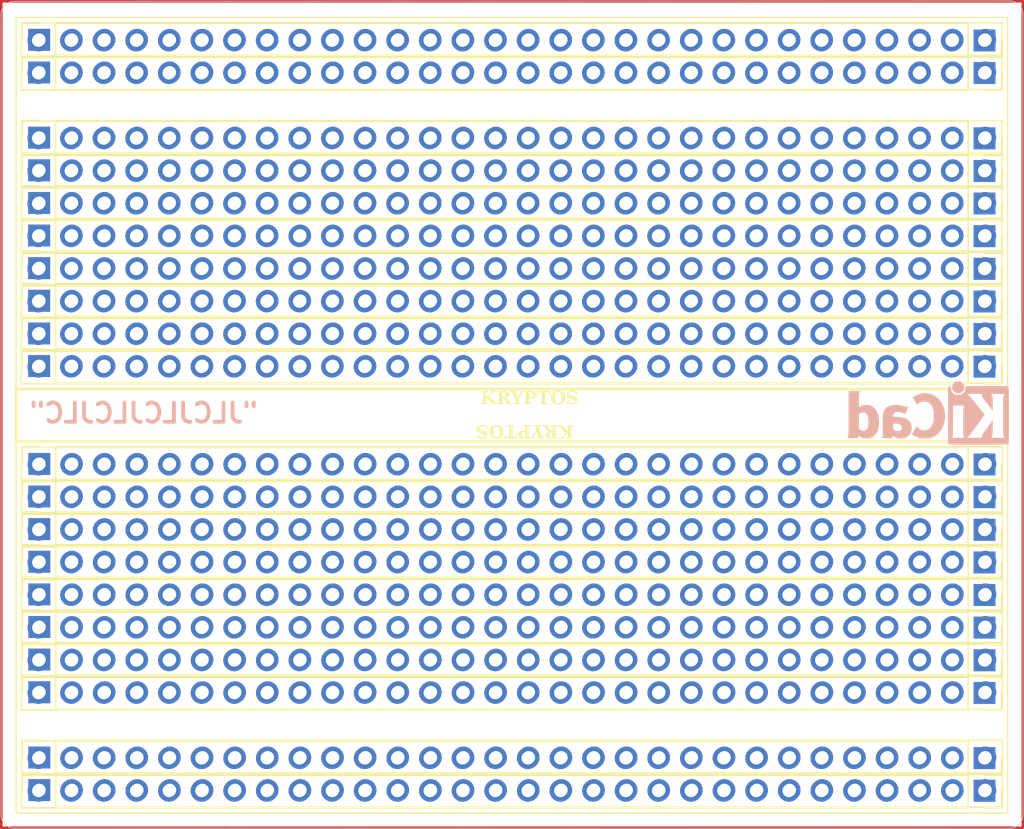
<source format=kicad_pcb>
(kicad_pcb (version 20240108) (generator "pcbnew") (generator_version "8.0")
  (layers (0 "F.Cu" signal) (31 "B.Cu" signal) (34 "B.Paste" user) (35 "F.Paste" user) (36 "B.SilkS" user "B.Silkscreen") (37 "F.SilkS" user "F.Silkscreen") (38 "B.Mask" user) (39 "F.Mask" user) (44 "Edge.Cuts" user))
  (net 0 "")
  (footprint "Connector_PinSocket_2.54mm:PinSocket_1x30_P2.54mm_Vertical" (layer "F.Cu") (at 122 52.03 -90)
    (property "Reference" "REF**" (hide yes))
    (property "Value" "PinSocket_1x30_P2.54mm_Vertical" (hide yes))
  )
  (footprint "Connector_PinSocket_2.54mm:PinSocket_1x30_P2.54mm_Vertical" (layer "F.Cu") (at 122.01 97.75 -90)
    (property "Reference" "REF**" (hide yes))
    (property "Value" "PinSocket_1x30_P2.54mm_Vertical" (hide yes))
  )
  (footprint "Connector_PinSocket_2.54mm:PinSocket_1x30_P2.54mm_Vertical" (layer "F.Cu") (at 122 62.19 -90)
    (property "Reference" "REF**" (hide yes))
    (property "Value" "PinSocket_1x30_P2.54mm_Vertical" (hide yes))
  )
  (footprint "Connector_PinSocket_2.54mm:PinSocket_1x30_P2.54mm_Vertical" (layer "F.Cu") (at 122 74.89 -90)
    (property "Reference" "REF**" (hide yes))
    (property "Value" "PinSocket_1x30_P2.54mm_Vertical" (hide yes))
  )
  (footprint "Connector_PinSocket_2.54mm:PinSocket_1x30_P2.54mm_Vertical" (layer "F.Cu") (at 122 69.81 -90)
    (property "Reference" "REF**" (hide yes))
    (property "Value" "PinSocket_1x30_P2.54mm_Vertical" (hide yes))
  )
  (footprint "Connector_PinSocket_2.54mm:PinSocket_1x30_P2.54mm_Vertical" (layer "F.Cu") (at 122 64.73 -90)
    (property "Reference" "REF**" (hide yes))
    (property "Value" "PinSocket_1x30_P2.54mm_Vertical" (hide yes))
  )
  (footprint "Connector_PinSocket_2.54mm:PinSocket_1x30_P2.54mm_Vertical" (layer "F.Cu") (at 122.01 105.37 -90)
    (property "Reference" "REF**" (hide yes))
    (property "Value" "PinSocket_1x30_P2.54mm_Vertical" (hide yes))
  )
  (footprint "" (layer "F.Cu") (at 83.905 72.345)
    (property "Reference" "")
    (property "Value" "")
  )
  (footprint "Connector_PinSocket_2.54mm:PinSocket_1x30_P2.54mm_Vertical" (layer "F.Cu") (at 48.4 57.06 90)
    (property "Reference" "REF**" (hide yes))
    (property "Value" "PinSocket_1x30_P2.54mm_Vertical" (hide yes))
  )
  (footprint "Connector_PinSocket_2.54mm:PinSocket_1x30_P2.54mm_Vertical" (layer "F.Cu") (at 48.41 107.86 90)
    (property "Reference" "REF**" (hide yes))
    (property "Value" "PinSocket_1x30_P2.54mm_Vertical" (hide yes))
  )
  (footprint "Connector_PinSocket_2.54mm:PinSocket_1x30_P2.54mm_Vertical" (layer "F.Cu") (at 48.41 87.54 90)
    (property "Reference" "REF**" (hide yes))
    (property "Value" "PinSocket_1x30_P2.54mm_Vertical" (hide yes))
  )
  (footprint "Connector_PinSocket_2.54mm:PinSocket_1x30_P2.54mm_Vertical" (layer "F.Cu") (at 48.41 97.7 90)
    (property "Reference" "REF**" (hide yes))
    (property "Value" "PinSocket_1x30_P2.54mm_Vertical" (hide yes))
  )
  (footprint "Connector_PinSocket_2.54mm:PinSocket_1x30_P2.54mm_Vertical" (layer "F.Cu") (at 48.4 72.3 90)
    (property "Reference" "REF**" (hide yes))
    (property "Value" "PinSocket_1x30_P2.54mm_Vertical" (hide yes))
  )
  (footprint "Connector_PinSocket_2.54mm:PinSocket_1x30_P2.54mm_Vertical" (layer "F.Cu") (at 48.41 85 90)
    (property "Reference" "REF**" (hide yes))
    (property "Value" "PinSocket_1x30_P2.54mm_Vertical" (hide yes))
  )
  (footprint "Connector_PinSocket_2.54mm:PinSocket_1x30_P2.54mm_Vertical" (layer "F.Cu") (at 48.41 100.24 90)
    (property "Reference" "REF**" (hide yes))
    (property "Value" "PinSocket_1x30_P2.54mm_Vertical" (hide yes))
  )
  (footprint "Connector_PinSocket_2.54mm:PinSocket_1x30_P2.54mm_Vertical" (layer "F.Cu") (at 122.01 82.51 -90)
    (property "Reference" "REF**" (hide yes))
    (property "Value" "PinSocket_1x30_P2.54mm_Vertical" (hide yes))
  )
  (footprint "Connector_PinSocket_2.54mm:PinSocket_1x30_P2.54mm_Vertical" (layer "F.Cu") (at 122.01 87.59 -90)
    (property "Reference" "REF**" (hide yes))
    (property "Value" "PinSocket_1x30_P2.54mm_Vertical" (hide yes))
  )
  (footprint "Connector_PinSocket_2.54mm:PinSocket_1x30_P2.54mm_Vertical" (layer "F.Cu") (at 48.41 105.32 90)
    (property "Reference" "REF**" (hide yes))
    (property "Value" "PinSocket_1x30_P2.54mm_Vertical" (hide yes))
  )
  (footprint "Connector_PinSocket_2.54mm:PinSocket_1x30_P2.54mm_Vertical" (layer "F.Cu") (at 48.4 51.98 90)
    (property "Reference" "REF**" (hide yes))
    (property "Value" "PinSocket_1x30_P2.54mm_Vertical" (hide yes))
  )
  (footprint "Connector_PinSocket_2.54mm:PinSocket_1x30_P2.54mm_Vertical" (layer "F.Cu") (at 122.01 92.67 -90)
    (property "Reference" "REF**" (hide yes))
    (property "Value" "PinSocket_1x30_P2.54mm_Vertical" (hide yes))
  )
  (footprint "Connector_PinSocket_2.54mm:PinSocket_1x30_P2.54mm_Vertical" (layer "F.Cu") (at 48.41 90.08 90)
    (property "Reference" "REF**" (hide yes))
    (property "Value" "PinSocket_1x30_P2.54mm_Vertical" (hide yes))
  )
  (footprint "Connector_PinSocket_2.54mm:PinSocket_1x30_P2.54mm_Vertical" (layer "F.Cu") (at 122.01 100.29 -90)
    (property "Reference" "REF**" (hide yes))
    (property "Value" "PinSocket_1x30_P2.54mm_Vertical" (hide yes))
  )
  (footprint "Connector_PinSocket_2.54mm:PinSocket_1x30_P2.54mm_Vertical" (layer "F.Cu") (at 48.4 59.6 90)
    (property "Reference" "REF**" (hide yes))
    (property "Value" "PinSocket_1x30_P2.54mm_Vertical" (hide yes))
  )
  (footprint "Connector_PinSocket_2.54mm:PinSocket_1x30_P2.54mm_Vertical" (layer "F.Cu") (at 48.4 62.14 90)
    (property "Reference" "REF**" (hide yes))
    (property "Value" "PinSocket_1x30_P2.54mm_Vertical" (hide yes))
  )
  (footprint "Connector_PinSocket_2.54mm:PinSocket_1x30_P2.54mm_Vertical" (layer "F.Cu") (at 122 72.35 -90)
    (property "Reference" "REF**" (hide yes))
    (property "Value" "PinSocket_1x30_P2.54mm_Vertical" (hide yes))
  )
  (footprint "Connector_PinSocket_2.54mm:PinSocket_1x30_P2.54mm_Vertical" (layer "F.Cu") (at 48.41 82.46 90)
    (property "Reference" "REF**" (hide yes))
    (property "Value" "PinSocket_1x30_P2.54mm_Vertical" (hide yes))
  )
  (footprint "Connector_PinSocket_2.54mm:PinSocket_1x30_P2.54mm_Vertical" (layer "F.Cu") (at 48.4 49.44 90)
    (property "Reference" "REF**" (hide yes))
    (property "Value" "PinSocket_1x30_P2.54mm_Vertical" (hide yes))
  )
  (footprint "" (layer "F.Cu") (at 86.505 85.005 180)
    (property "Reference" "")
    (property "Value" "")
  )
  (footprint "Connector_PinSocket_2.54mm:PinSocket_1x30_P2.54mm_Vertical" (layer "F.Cu") (at 48.4 67.22 90)
    (property "Reference" "REF**" (hide yes))
    (property "Value" "PinSocket_1x30_P2.54mm_Vertical" (hide yes))
  )
  (footprint "Connector_PinSocket_2.54mm:PinSocket_1x30_P2.54mm_Vertical" (layer "F.Cu") (at 48.41 95.16 90)
    (property "Reference" "REF**" (hide yes))
    (property "Value" "PinSocket_1x30_P2.54mm_Vertical" (hide yes))
  )
  (footprint "Connector_PinSocket_2.54mm:PinSocket_1x30_P2.54mm_Vertical" (layer "F.Cu") (at 48.4 64.68 90)
    (property "Reference" "REF**" (hide yes))
    (property "Value" "PinSocket_1x30_P2.54mm_Vertical" (hide yes))
  )
  (footprint "Connector_PinSocket_2.54mm:PinSocket_1x30_P2.54mm_Vertical" (layer "F.Cu") (at 48.4 69.76 90)
    (property "Reference" "REF**" (hide yes))
    (property "Value" "PinSocket_1x30_P2.54mm_Vertical" (hide yes))
  )
  (footprint "Connector_PinSocket_2.54mm:PinSocket_1x30_P2.54mm_Vertical" (layer "F.Cu") (at 122.01 95.21 -90)
    (property "Reference" "REF**" (hide yes))
    (property "Value" "PinSocket_1x30_P2.54mm_Vertical" (hide yes))
  )
  (footprint "Connector_PinSocket_2.54mm:PinSocket_1x30_P2.54mm_Vertical" (layer "F.Cu") (at 48.41 92.62 90)
    (property "Reference" "REF**" (hide yes))
    (property "Value" "PinSocket_1x30_P2.54mm_Vertical" (hide yes))
  )
  (footprint "Connector_PinSocket_2.54mm:PinSocket_1x30_P2.54mm_Vertical" (layer "F.Cu") (at 122 67.27 -90)
    (property "Reference" "REF**" (hide yes))
    (property "Value" "PinSocket_1x30_P2.54mm_Vertical" (hide yes))
  )
  (footprint "Connector_PinSocket_2.54mm:PinSocket_1x30_P2.54mm_Vertical" (layer "F.Cu") (at 122 57.11 -90)
    (property "Reference" "REF**" (hide yes))
    (property "Value" "PinSocket_1x30_P2.54mm_Vertical" (hide yes))
  )
  (footprint "Connector_PinSocket_2.54mm:PinSocket_1x30_P2.54mm_Vertical" (layer "F.Cu") (at 122 59.65 -90)
    (property "Reference" "REF**" (hide yes))
    (property "Value" "PinSocket_1x30_P2.54mm_Vertical" (hide yes))
  )
  (footprint "Connector_PinSocket_2.54mm:PinSocket_1x30_P2.54mm_Vertical" (layer "F.Cu") (at 122.01 85.05 -90)
    (property "Reference" "REF**" (hide yes))
    (property "Value" "PinSocket_1x30_P2.54mm_Vertical" (hide yes))
  )
  (footprint "Connector_PinSocket_2.54mm:PinSocket_1x30_P2.54mm_Vertical" (layer "F.Cu") (at 48.4 74.84 90)
    (property "Reference" "REF**" (hide yes))
    (property "Value" "PinSocket_1x30_P2.54mm_Vertical" (hide yes))
  )
  (footprint "Connector_PinSocket_2.54mm:PinSocket_1x30_P2.54mm_Vertical" (layer "F.Cu") (at 122 49.49 -90)
    (property "Reference" "REF**" (hide yes))
    (property "Value" "PinSocket_1x30_P2.54mm_Vertical" (hide yes))
  )
  (footprint "Connector_PinSocket_2.54mm:PinSocket_1x30_P2.54mm_Vertical" (layer "F.Cu") (at 122.01 90.13 -90)
    (property "Reference" "REF**" (hide yes))
    (property "Value" "PinSocket_1x30_P2.54mm_Vertical" (hide yes))
  )
  (footprint "Connector_PinSocket_2.54mm:PinSocket_1x30_P2.54mm_Vertical" (layer "F.Cu") (at 122.01 107.91 -90)
    (property "Reference" "REF**" (hide yes))
    (property "Value" "PinSocket_1x30_P2.54mm_Vertical" (hide yes))
  )
  (footprint "Symbol:KiCad-Logo_5mm_SilkScreen" (layer "B.Cu") (at 117.61 79.01 180)
    (property "Reference" "REF**" (hide yes))
    (property "Value" "KiCad-Logo_5mm_SilkScreen" (hide yes))
  )
  (gr_rect (start 45.45 46.44) (end 124.99 110.79) (stroke (width 0.2)) (fill none) (layer "F.Cu"))
  (gr_rect (start 46.6 47.7) (end 123.8 109.65) (stroke (width 0.1)) (fill none) (layer "F.SilkS"))
  (gr_rect (start 46.62 76.63) (end 123.81 80.71) (stroke (width 0.2)) (fill none) (layer "F.SilkS"))
  (gr_arc (start 125 109.79) (mid 124.692462 110.532462) (end 123.95 110.84) (stroke (width 0.05)) (layer "Edge.Cuts"))
  (gr_arc (start 46.472462 110.817538) (mid 45.73 110.51) (end 45.422462 109.767538) (stroke (width 0.05)) (layer "Edge.Cuts"))
  (gr_arc (start 123.947538 46.412462) (mid 124.69 46.72) (end 124.997538 47.462462) (stroke (width 0.05)) (layer "Edge.Cuts"))
  (gr_line (start 45.422462 47.492462) (end 45.422462 109.767538) (stroke (width 0.05)) (layer "Edge.Cuts"))
  (gr_arc (start 45.422462 47.492462) (mid 45.73 46.75) (end 46.472462 46.442462) (stroke (width 0.05)) (layer "Edge.Cuts"))
  (gr_line (start 46.472462 110.817538) (end 123.95 110.84) (stroke (width 0.05)) (layer "Edge.Cuts"))
  (gr_line (start 123.947538 46.412462) (end 46.472462 46.442462) (stroke (width 0.05)) (layer "Edge.Cuts"))
  (gr_line (start 125 109.79) (end 124.997538 47.462462) (stroke (width 0.05)) (layer "Edge.Cuts"))
  (gr_text "{dblquote}JLCJLCJLCJLC{dblquote}" (at 65.59 79.38 0) (layer "B.SilkS") (effects (font (size 1.5 1.5) (thickness 0.3) (bold yes)) (justify left bottom mirror)))
  (gr_text "KRYPTOS" (at 90.04 79.28 180) (layer "F.SilkS") (effects (font (size 1 1) (thickness 0.25) (bold yes)) (justify left bottom)))
  (gr_text "KRYPTOS" (at 82.77 77.98 0) (layer "F.SilkS") (effects (font (size 1 1) (thickness 0.25) (bold yes)) (justify left bottom)))
)
</source>
